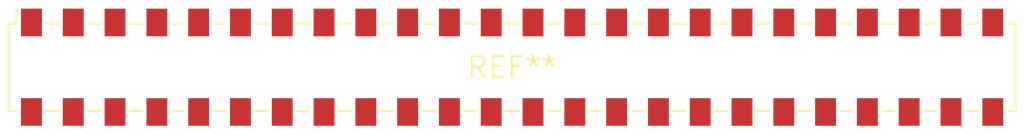
<source format=kicad_pcb>
(kicad_pcb (version 20240108) (generator pcbnew)
  (layers (0 "F.Cu" signal) (31 "B.Cu" signal) (34 "B.Paste" user) (35 "F.Paste" user) (36 "B.SilkS" user "B.Silkscreen") (37 "F.SilkS" user "F.Silkscreen") (38 "B.Mask" user) (39 "F.Mask" user) (44 "Edge.Cuts" user))
  (net 0 "")
  (footprint "Samtec_HLE-124-02-xxx-DV-BE-A_2x24_P2.54mm_Horizontal" (layer "F.Cu") (at 0 0)
    (property "Reference" "REF**")
    (property "Value" "Samtec_HLE-124-02-xxx-DV-BE-A_2x24_P2.54mm_Horizontal")
    (fp_line (start -30.59 -2.65) (end -30.59 2.65) (layer "F.SilkS") (stroke (width 0.12)))
    (fp_line (start -30.59 2.65) (end -30.105 2.65) (layer "F.SilkS") (stroke (width 0.12)))
    (fp_line (start -30.105 -3.56) (end -30.105 -2.65) (layer "F.SilkS") (stroke (width 0.12)))
    (fp_line (start -30.105 -2.65) (end -30.59 -2.65) (layer "F.SilkS") (stroke (width 0.12)))
    (fp_line (start -28.315 -2.65) (end -27.565 -2.65) (layer "F.SilkS") (stroke (width 0.12)))
    (fp_line (start -28.315 2.65) (end -27.565 2.65) (layer "F.SilkS") (stroke (width 0.12)))
    (fp_line (start -25.775 -2.65) (end -25.025 -2.65) (layer "F.SilkS") (stroke (width 0.12)))
    (fp_line (start -25.775 2.65) (end -25.025 2.65) (layer "F.SilkS") (stroke (width 0.12)))
    (fp_line (start -23.235 -2.65) (end -22.485 -2.65) (layer "F.SilkS") (stroke (width 0.12)))
    (fp_line (start -23.235 2.65) (end -22.485 2.65) (layer "F.SilkS") (stroke (width 0.12)))
    (fp_line (start -20.695 -2.65) (end -19.945 -2.65) (layer "F.SilkS") (stroke (width 0.12)))
    (fp_line (start -20.695 2.65) (end -19.945 2.65) (layer "F.SilkS") (stroke (width 0.12)))
    (fp_line (start -18.155 -2.65) (end -17.405 -2.65) (layer "F.SilkS") (stroke (width 0.12)))
    (fp_line (start -18.155 2.65) (end -17.405 2.65) (layer "F.SilkS") (stroke (width 0.12)))
    (fp_line (start -15.615 -2.65) (end -14.865 -2.65) (layer "F.SilkS") (stroke (width 0.12)))
    (fp_line (start -15.615 2.65) (end -14.865 2.65) (layer "F.SilkS") (stroke (width 0.12)))
    (fp_line (start -13.075 -2.65) (end -12.325 -2.65) (layer "F.SilkS") (stroke (width 0.12)))
    (fp_line (start -13.075 2.65) (end -12.325 2.65) (layer "F.SilkS") (stroke (width 0.12)))
    (fp_line (start -10.535 -2.65) (end -9.785 -2.65) (layer "F.SilkS") (stroke (width 0.12)))
    (fp_line (start -10.535 2.65) (end -9.785 2.65) (layer "F.SilkS") (stroke (width 0.12)))
    (fp_line (start -7.995 -2.65) (end -7.245 -2.65) (layer "F.SilkS") (stroke (width 0.12)))
    (fp_line (start -7.995 2.65) (end -7.245 2.65) (layer "F.SilkS") (stroke (width 0.12)))
    (fp_line (start -5.455 -2.65) (end -4.705 -2.65) (layer "F.SilkS") (stroke (width 0.12)))
    (fp_line (start -5.455 2.65) (end -4.705 2.65) (layer "F.SilkS") (stroke (width 0.12)))
    (fp_line (start -2.915 -2.65) (end -2.165 -2.65) (layer "F.SilkS") (stroke (width 0.12)))
    (fp_line (start -2.915 2.65) (end -2.165 2.65) (layer "F.SilkS") (stroke (width 0.12)))
    (fp_line (start -0.375 -2.65) (end 0.375 -2.65) (layer "F.SilkS") (stroke (width 0.12)))
    (fp_line (start -0.375 2.65) (end 0.375 2.65) (layer "F.SilkS") (stroke (width 0.12)))
    (fp_line (start 2.165 -2.65) (end 2.915 -2.65) (layer "F.SilkS") (stroke (width 0.12)))
    (fp_line (start 2.165 2.65) (end 2.915 2.65) (layer "F.SilkS") (stroke (width 0.12)))
    (fp_line (start 4.705 -2.65) (end 5.455 -2.65) (layer "F.SilkS") (stroke (width 0.12)))
    (fp_line (start 4.705 2.65) (end 5.455 2.65) (layer "F.SilkS") (stroke (width 0.12)))
    (fp_line (start 7.245 -2.65) (end 7.995 -2.65) (layer "F.SilkS") (stroke (width 0.12)))
    (fp_line (start 7.245 2.65) (end 7.995 2.65) (layer "F.SilkS") (stroke (width 0.12)))
    (fp_line (start 9.785 -2.65) (end 10.535 -2.65) (layer "F.SilkS") (stroke (width 0.12)))
    (fp_line (start 9.785 2.65) (end 10.535 2.65) (layer "F.SilkS") (stroke (width 0.12)))
    (fp_line (start 12.325 -2.65) (end 13.075 -2.65) (layer "F.SilkS") (stroke (width 0.12)))
    (fp_line (start 12.325 2.65) (end 13.075 2.65) (layer "F.SilkS") (stroke (width 0.12)))
    (fp_line (start 14.865 -2.65) (end 15.615 -2.65) (layer "F.SilkS") (stroke (width 0.12)))
    (fp_line (start 14.865 2.65) (end 15.615 2.65) (layer "F.SilkS") (stroke (width 0.12)))
    (fp_line (start 17.405 -2.65) (end 18.155 -2.65) (layer "F.SilkS") (stroke (width 0.12)))
    (fp_line (start 17.405 2.65) (end 18.155 2.65) (layer "F.SilkS") (stroke (width 0.12)))
    (fp_line (start 19.945 -2.65) (end 20.695 -2.65) (layer "F.SilkS") (stroke (width 0.12)))
    (fp_line (start 19.945 2.65) (end 20.695 2.65) (layer "F.SilkS") (stroke (width 0.12)))
    (fp_line (start 22.485 -2.65) (end 23.235 -2.65) (layer "F.SilkS") (stroke (width 0.12)))
    (fp_line (start 22.485 2.65) (end 23.235 2.65) (layer "F.SilkS") (stroke (width 0.12)))
    (fp_line (start 25.025 -2.65) (end 25.775 -2.65) (layer "F.SilkS") (stroke (width 0.12)))
    (fp_line (start 25.025 2.65) (end 25.775 2.65) (layer "F.SilkS") (stroke (width 0.12)))
    (fp_line (start 27.565 -2.65) (end 28.315 -2.65) (layer "F.SilkS") (stroke (width 0.12)))
    (fp_line (start 27.565 2.65) (end 28.315 2.65) (layer "F.SilkS") (stroke (width 0.12)))
    (fp_line (start 30.105 -2.65) (end 30.59 -2.65) (layer "F.SilkS") (stroke (width 0.12)))
    (fp_line (start 30.59 -2.65) (end 30.59 2.65) (layer "F.SilkS") (stroke (width 0.12)))
    (fp_line (start 30.59 2.65) (end 30.105 2.65) (layer "F.SilkS") (stroke (width 0.12)))
    (pad "" np_thru_hole circle (at -29.21 -1.27) (size 0.97 0.97) (drill 0.97) (layers *.Cu *.Mask))
    (pad "" np_thru_hole circle (at -29.21 1.27) (size 0.97 0.97) (drill 0.97) (layers *.Cu *.Mask))
    (pad "" np_thru_hole circle (at -27.94 0) (size 1.78 1.78) (drill 1.78) (layers *.Cu *.Mask))
    (pad "" np_thru_hole circle (at -26.67 -1.27) (size 0.97 0.97) (drill 0.97) (layers *.Cu *.Mask))
    (pad "" np_thru_hole circle (at -26.67 1.27) (size 0.97 0.97) (drill 0.97) (layers *.Cu *.Mask))
    (pad "" np_thru_hole circle (at -24.13 -1.27) (size 0.97 0.97) (drill 0.97) (layers *.Cu *.Mask))
    (pad "" np_thru_hole circle (at -24.13 1.27) (size 0.97 0.97) (drill 0.97) (layers *.Cu *.Mask))
    (pad "" np_thru_hole circle (at -21.59 -1.27) (size 0.97 0.97) (drill 0.97) (layers *.Cu *.Mask))
    (pad "" np_thru_hole circle (at -21.59 1.27) (size 0.97 0.97) (drill 0.97) (layers *.Cu *.Mask))
    (pad "" np_thru_hole circle (at -19.05 -1.27) (size 0.97 0.97) (drill 0.97) (layers *.Cu *.Mask))
    (pad "" np_thru_hole circle (at -19.05 1.27) (size 0.97 0.97) (drill 0.97) (layers *.Cu *.Mask))
    (pad "" np_thru_hole circle (at -16.51 -1.27) (size 0.97 0.97) (drill 0.97) (layers *.Cu *.Mask))
    (pad "" np_thru_hole circle (at -16.51 1.27) (size 0.97 0.97) (drill 0.97) (layers *.Cu *.Mask))
    (pad "" np_thru_hole circle (at -13.97 -1.27) (size 0.97 0.97) (drill 0.97) (layers *.Cu *.Mask))
    (pad "" np_thru_hole circle (at -13.97 1.27) (size 0.97 0.97) (drill 0.97) (layers *.Cu *.Mask))
    (pad "" np_thru_hole circle (at -11.43 -1.27) (size 0.97 0.97) (drill 0.97) (layers *.Cu *.Mask))
    (pad "" np_thru_hole circle (at -11.43 1.27) (size 0.97 0.97) (drill 0.97) (layers *.Cu *.Mask))
    (pad "" np_thru_hole circle (at -8.89 -1.27) (size 0.97 0.97) (drill 0.97) (layers *.Cu *.Mask))
    (pad "" np_thru_hole circle (at -8.89 1.27) (size 0.97 0.97) (drill 0.97) (layers *.Cu *.Mask))
    (pad "" np_thru_hole circle (at -6.35 -1.27) (size 0.97 0.97) (drill 0.97) (layers *.Cu *.Mask))
    (pad "" np_thru_hole circle (at -6.35 1.27) (size 0.97 0.97) (drill 0.97) (layers *.Cu *.Mask))
    (pad "" np_thru_hole circle (at -3.81 -1.27) (size 0.97 0.97) (drill 0.97) (layers *.Cu *.Mask))
    (pad "" np_thru_hole circle (at -3.81 1.27) (size 0.97 0.97) (drill 0.97) (layers *.Cu *.Mask))
    (pad "" np_thru_hole circle (at -1.27 -1.27) (size 0.97 0.97) (drill 0.97) (layers *.Cu *.Mask))
    (pad "" np_thru_hole circle (at -1.27 1.27) (size 0.97 0.97) (drill 0.97) (layers *.Cu *.Mask))
    (pad "" np_thru_hole circle (at 1.27 -1.27) (size 0.97 0.97) (drill 0.97) (layers *.Cu *.Mask))
    (pad "" np_thru_hole circle (at 1.27 1.27) (size 0.97 0.97) (drill 0.97) (layers *.Cu *.Mask))
    (pad "" np_thru_hole circle (at 3.81 -1.27) (size 0.97 0.97) (drill 0.97) (layers *.Cu *.Mask))
    (pad "" np_thru_hole circle (at 3.81 1.27) (size 0.97 0.97) (drill 0.97) (layers *.Cu *.Mask))
    (pad "" np_thru_hole circle (at 6.35 -1.27) (size 0.97 0.97) (drill 0.97) (layers *.Cu *.Mask))
    (pad "" np_thru_hole circle (at 6.35 1.27) (size 0.97 0.97) (drill 0.97) (layers *.Cu *.Mask))
    (pad "" np_thru_hole circle (at 8.89 -1.27) (size 0.97 0.97) (drill 0.97) (layers *.Cu *.Mask))
    (pad "" np_thru_hole circle (at 8.89 1.27) (size 0.97 0.97) (drill 0.97) (layers *.Cu *.Mask))
    (pad "" np_thru_hole circle (at 11.43 -1.27) (size 0.97 0.97) (drill 0.97) (layers *.Cu *.Mask))
    (pad "" np_thru_hole circle (at 11.43 1.27) (size 0.97 0.97) (drill 0.97) (layers *.Cu *.Mask))
    (pad "" np_thru_hole circle (at 13.97 -1.27) (size 0.97 0.97) (drill 0.97) (layers *.Cu *.Mask))
    (pad "" np_thru_hole circle (at 13.97 1.27) (size 0.97 0.97) (drill 0.97) (layers *.Cu *.Mask))
    (pad "" np_thru_hole circle (at 16.51 -1.27) (size 0.97 0.97) (drill 0.97) (layers *.Cu *.Mask))
    (pad "" np_thru_hole circle (at 16.51 1.27) (size 0.97 0.97) (drill 0.97) (layers *.Cu *.Mask))
    (pad "" np_thru_hole circle (at 19.05 -1.27) (size 0.97 0.97) (drill 0.97) (layers *.Cu *.Mask))
    (pad "" np_thru_hole circle (at 19.05 1.27) (size 0.97 0.97) (drill 0.97) (layers *.Cu *.Mask))
    (pad "" np_thru_hole circle (at 21.59 -1.27) (size 0.97 0.97) (drill 0.97) (layers *.Cu *.Mask))
    (pad "" np_thru_hole circle (at 21.59 1.27) (size 0.97 0.97) (drill 0.97) (layers *.Cu *.Mask))
    (pad "" np_thru_hole circle (at 24.13 -1.27) (size 0.97 0.97) (drill 0.97) (layers *.Cu *.Mask))
    (pad "" np_thru_hole circle (at 24.13 1.27) (size 0.97 0.97) (drill 0.97) (layers *.Cu *.Mask))
    (pad "" np_thru_hole circle (at 26.67 -1.27) (size 0.97 0.97) (drill 0.97) (layers *.Cu *.Mask))
    (pad "" np_thru_hole circle (at 26.67 1.27) (size 0.97 0.97) (drill 0.97) (layers *.Cu *.Mask))
    (pad "" np_thru_hole circle (at 27.94 0) (size 1.78 1.78) (drill 1.78) (layers *.Cu *.Mask))
    (pad "" np_thru_hole circle (at 29.21 -1.27) (size 0.97 0.97) (drill 0.97) (layers *.Cu *.Mask))
    (pad "" np_thru_hole circle (at 29.21 1.27) (size 0.97 0.97) (drill 0.97) (layers *.Cu *.Mask))
    (pad "1" smd rect (at -29.21 -2.72) (size 1.27 1.68) (layers "F.Cu" "F.Paste" "F.Mask"))
    (pad "2" smd rect (at -29.21 2.72) (size 1.27 1.68) (layers "F.Cu" "F.Paste" "F.Mask"))
    (pad "3" smd rect (at -26.67 -2.72) (size 1.27 1.68) (layers "F.Cu" "F.Paste" "F.Mask"))
    (pad "4" smd rect (at -26.67 2.72) (size 1.27 1.68) (layers "F.Cu" "F.Paste" "F.Mask"))
    (pad "5" smd rect (at -24.13 -2.72) (size 1.27 1.68) (layers "F.Cu" "F.Paste" "F.Mask"))
    (pad "6" smd rect (at -24.13 2.72) (size 1.27 1.68) (layers "F.Cu" "F.Paste" "F.Mask"))
    (pad "7" smd rect (at -21.59 -2.72) (size 1.27 1.68) (layers "F.Cu" "F.Paste" "F.Mask"))
    (pad "8" smd rect (at -21.59 2.72) (size 1.27 1.68) (layers "F.Cu" "F.Paste" "F.Mask"))
    (pad "9" smd rect (at -19.05 -2.72) (size 1.27 1.68) (layers "F.Cu" "F.Paste" "F.Mask"))
    (pad "10" smd rect (at -19.05 2.72) (size 1.27 1.68) (layers "F.Cu" "F.Paste" "F.Mask"))
    (pad "11" smd rect (at -16.51 -2.72) (size 1.27 1.68) (layers "F.Cu" "F.Paste" "F.Mask"))
    (pad "12" smd rect (at -16.51 2.72) (size 1.27 1.68) (layers "F.Cu" "F.Paste" "F.Mask"))
    (pad "13" smd rect (at -13.97 -2.72) (size 1.27 1.68) (layers "F.Cu" "F.Paste" "F.Mask"))
    (pad "14" smd rect (at -13.97 2.72) (size 1.27 1.68) (layers "F.Cu" "F.Paste" "F.Mask"))
    (pad "15" smd rect (at -11.43 -2.72) (size 1.27 1.68) (layers "F.Cu" "F.Paste" "F.Mask"))
    (pad "16" smd rect (at -11.43 2.72) (size 1.27 1.68) (layers "F.Cu" "F.Paste" "F.Mask"))
    (pad "17" smd rect (at -8.89 -2.72) (size 1.27 1.68) (layers "F.Cu" "F.Paste" "F.Mask"))
    (pad "18" smd rect (at -8.89 2.72) (size 1.27 1.68) (layers "F.Cu" "F.Paste" "F.Mask"))
    (pad "19" smd rect (at -6.35 -2.72) (size 1.27 1.68) (layers "F.Cu" "F.Paste" "F.Mask"))
    (pad "20" smd rect (at -6.35 2.72) (size 1.27 1.68) (layers "F.Cu" "F.Paste" "F.Mask"))
    (pad "21" smd rect (at -3.81 -2.72) (size 1.27 1.68) (layers "F.Cu" "F.Paste" "F.Mask"))
    (pad "22" smd rect (at -3.81 2.72) (size 1.27 1.68) (layers "F.Cu" "F.Paste" "F.Mask"))
    (pad "23" smd rect (at -1.27 -2.72) (size 1.27 1.68) (layers "F.Cu" "F.Paste" "F.Mask"))
    (pad "24" smd rect (at -1.27 2.72) (size 1.27 1.68) (layers "F.Cu" "F.Paste" "F.Mask"))
    (pad "25" smd rect (at 1.27 -2.72) (size 1.27 1.68) (layers "F.Cu" "F.Paste" "F.Mask"))
    (pad "26" smd rect (at 1.27 2.72) (size 1.27 1.68) (layers "F.Cu" "F.Paste" "F.Mask"))
    (pad "27" smd rect (at 3.81 -2.72) (size 1.27 1.68) (layers "F.Cu" "F.Paste" "F.Mask"))
    (pad "28" smd rect (at 3.81 2.72) (size 1.27 1.68) (layers "F.Cu" "F.Paste" "F.Mask"))
    (pad "29" smd rect (at 6.35 -2.72) (size 1.27 1.68) (layers "F.Cu" "F.Paste" "F.Mask"))
    (pad "30" smd rect (at 6.35 2.72) (size 1.27 1.68) (layers "F.Cu" "F.Paste" "F.Mask"))
    (pad "31" smd rect (at 8.89 -2.72) (size 1.27 1.68) (layers "F.Cu" "F.Paste" "F.Mask"))
    (pad "32" smd rect (at 8.89 2.72) (size 1.27 1.68) (layers "F.Cu" "F.Paste" "F.Mask"))
    (pad "33" smd rect (at 11.43 -2.72) (size 1.27 1.68) (layers "F.Cu" "F.Paste" "F.Mask"))
    (pad "34" smd rect (at 11.43 2.72) (size 1.27 1.68) (layers "F.Cu" "F.Paste" "F.Mask"))
    (pad "35" smd rect (at 13.97 -2.72) (size 1.27 1.68) (layers "F.Cu" "F.Paste" "F.Mask"))
    (pad "36" smd rect (at 13.97 2.72) (size 1.27 1.68) (layers "F.Cu" "F.Paste" "F.Mask"))
    (pad "37" smd rect (at 16.51 -2.72) (size 1.27 1.68) (layers "F.Cu" "F.Paste" "F.Mask"))
    (pad "38" smd rect (at 16.51 2.72) (size 1.27 1.68) (layers "F.Cu" "F.Paste" "F.Mask"))
    (pad "39" smd rect (at 19.05 -2.72) (size 1.27 1.68) (layers "F.Cu" "F.Paste" "F.Mask"))
    (pad "40" smd rect (at 19.05 2.72) (size 1.27 1.68) (layers "F.Cu" "F.Paste" "F.Mask"))
    (pad "41" smd rect (at 21.59 -2.72) (size 1.27 1.68) (layers "F.Cu" "F.Paste" "F.Mask"))
    (pad "42" smd rect (at 21.59 2.72) (size 1.27 1.68) (layers "F.Cu" "F.Paste" "F.Mask"))
    (pad "43" smd rect (at 24.13 -2.72) (size 1.27 1.68) (layers "F.Cu" "F.Paste" "F.Mask"))
    (pad "44" smd rect (at 24.13 2.72) (size 1.27 1.68) (layers "F.Cu" "F.Paste" "F.Mask"))
    (pad "45" smd rect (at 26.67 -2.72) (size 1.27 1.68) (layers "F.Cu" "F.Paste" "F.Mask"))
    (pad "46" smd rect (at 26.67 2.72) (size 1.27 1.68) (layers "F.Cu" "F.Paste" "F.Mask"))
    (pad "47" smd rect (at 29.21 -2.72) (size 1.27 1.68) (layers "F.Cu" "F.Paste" "F.Mask"))
    (pad "48" smd rect (at 29.21 2.72) (size 1.27 1.68) (layers "F.Cu" "F.Paste" "F.Mask"))
  )
)
</source>
